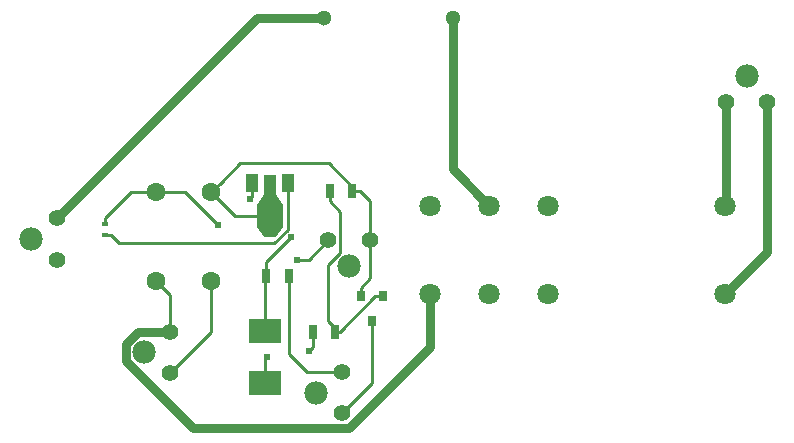
<source format=gbr>
G04 #@! TF.FileFunction,Copper,L1,Top,Signal*
%FSLAX46Y46*%
G04 Gerber Fmt 4.6, Leading zero omitted, Abs format (unit mm)*
G04 Created by KiCad (PCBNEW 4.0.7-e2-6376~58~ubuntu16.04.1) date Thu Nov 16 22:22:22 2017*
%MOMM*%
%LPD*%
G01*
G04 APERTURE LIST*
%ADD10C,0.100000*%
%ADD11C,1.397000*%
%ADD12C,1.981000*%
%ADD13C,1.600000*%
%ADD14R,0.800000X0.900000*%
%ADD15R,1.000000X1.500000*%
%ADD16R,1.000000X1.800000*%
%ADD17R,2.200000X1.840000*%
%ADD18C,1.800000*%
%ADD19R,0.550000X0.450000*%
%ADD20R,2.743000X2.159000*%
%ADD21R,0.700000X1.300000*%
%ADD22C,1.300000*%
%ADD23C,0.609600*%
%ADD24C,0.254000*%
%ADD25C,0.762000*%
G04 APERTURE END LIST*
D10*
D11*
X140970000Y-113990000D03*
X140970000Y-110490000D03*
D12*
X138740000Y-112240000D03*
D13*
X125222000Y-95250000D03*
X125212000Y-102750000D03*
D14*
X144460000Y-104040000D03*
X142560000Y-104040000D03*
X143510000Y-106140000D03*
D10*
G36*
X135974000Y-98190500D02*
X135374000Y-99040500D01*
X134374000Y-99040500D01*
X133774000Y-98190500D01*
X135974000Y-98190500D01*
X135974000Y-98190500D01*
G37*
D15*
X136374000Y-94468500D03*
D16*
X134874000Y-94615000D03*
D15*
X133374000Y-94468500D03*
D17*
X134874000Y-97282000D03*
D10*
G36*
X133774000Y-96372300D02*
X134474000Y-95372300D01*
X135274000Y-95372300D01*
X135974000Y-96372300D01*
X133774000Y-96372300D01*
X133774000Y-96372300D01*
G37*
D11*
X126428500Y-110561000D03*
X126428500Y-107061000D03*
D12*
X124198500Y-108811000D03*
D18*
X153416000Y-103893000D03*
X153416000Y-96393000D03*
X158416000Y-96393000D03*
X173416000Y-96393000D03*
X173416000Y-103893000D03*
X158416000Y-103893000D03*
X148416000Y-96393000D03*
X148416000Y-103893000D03*
D19*
X120904000Y-97950000D03*
X120904000Y-98900000D03*
D20*
X134429500Y-111417500D03*
X134429500Y-106997500D03*
D13*
X129921000Y-95250000D03*
X129911000Y-102750000D03*
D11*
X116840000Y-100965000D03*
X116840000Y-97465000D03*
D12*
X114610000Y-99215000D03*
D11*
X173482000Y-87630000D03*
X176982000Y-87630000D03*
D12*
X175232000Y-85400000D03*
D11*
X143327000Y-99314000D03*
X139827000Y-99314000D03*
D12*
X141577000Y-101544000D03*
D21*
X139954000Y-95123000D03*
X141854000Y-95123000D03*
X138485800Y-107061000D03*
X140385800Y-107061000D03*
X136461500Y-102362000D03*
X134561500Y-102362000D03*
D22*
X139446000Y-80518000D03*
X150346000Y-80518000D03*
D23*
X137160000Y-100965000D03*
X130479800Y-98044000D03*
X138176000Y-108712000D03*
X134620000Y-109220000D03*
X136652000Y-99060000D03*
X133223000Y-95808800D03*
D24*
X125222000Y-95250000D02*
X127685800Y-95250000D01*
X127685800Y-95250000D02*
X130479800Y-98044000D01*
X137160000Y-100965000D02*
X138176000Y-100965000D01*
X138176000Y-100965000D02*
X139827000Y-99314000D01*
X125222000Y-95250000D02*
X123125000Y-95250000D01*
X123125000Y-95250000D02*
X120904000Y-97471000D01*
X120904000Y-97471000D02*
X120904000Y-97950000D01*
X121433000Y-98900000D02*
X122101000Y-99568000D01*
X120904000Y-98900000D02*
X121433000Y-98900000D01*
X122101000Y-99568000D02*
X135241648Y-99568000D01*
X135241648Y-99568000D02*
X136374000Y-98435648D01*
X136374000Y-98435648D02*
X136374000Y-95472500D01*
X136374000Y-95472500D02*
X136374000Y-94468500D01*
X138485800Y-107061000D02*
X138485800Y-108402200D01*
X138485800Y-108402200D02*
X138176000Y-108712000D01*
X134429500Y-111417500D02*
X134429500Y-109410500D01*
X134429500Y-109410500D02*
X134620000Y-109220000D01*
X133374000Y-94468500D02*
X133374000Y-95657800D01*
X133374000Y-95657800D02*
X133223000Y-95808800D01*
X136652000Y-99060000D02*
X134561500Y-101150500D01*
X134561500Y-101150500D02*
X134561500Y-102362000D01*
X134429500Y-106997500D02*
X134429500Y-102494000D01*
X134429500Y-102494000D02*
X134561500Y-102362000D01*
X125212000Y-102750000D02*
X126428500Y-103966500D01*
X126428500Y-103966500D02*
X126428500Y-107061000D01*
D25*
X148416000Y-103893000D02*
X148416000Y-108367214D01*
X148416000Y-108367214D02*
X141561313Y-115221901D01*
X122674599Y-108079527D02*
X123693126Y-107061000D01*
X141561313Y-115221901D02*
X128354027Y-115221901D01*
X128354027Y-115221901D02*
X122674599Y-109542473D01*
X122674599Y-109542473D02*
X122674599Y-108079527D01*
X123693126Y-107061000D02*
X125440672Y-107061000D01*
X125440672Y-107061000D02*
X126428500Y-107061000D01*
D24*
X132344219Y-92826781D02*
X130720999Y-94450001D01*
X130720999Y-94450001D02*
X129921000Y-95250000D01*
X139857781Y-92826781D02*
X132344219Y-92826781D01*
X141854000Y-94823000D02*
X139857781Y-92826781D01*
X129921000Y-95250000D02*
X131953000Y-97282000D01*
X131953000Y-97282000D02*
X134874000Y-97282000D01*
X134874000Y-94615000D02*
X134874000Y-98615500D01*
X134874000Y-94615000D02*
X134874000Y-94742000D01*
X134747000Y-94488000D02*
X134874000Y-94615000D01*
X143327000Y-99314000D02*
X143327000Y-95992000D01*
X143327000Y-95992000D02*
X142458000Y-95123000D01*
X142458000Y-95123000D02*
X141854000Y-95123000D01*
X142560000Y-104040000D02*
X142560000Y-103336000D01*
X142560000Y-103336000D02*
X143327000Y-102569000D01*
X143327000Y-102569000D02*
X143327000Y-100301828D01*
X143327000Y-100301828D02*
X143327000Y-99314000D01*
X141854000Y-95123000D02*
X141854000Y-94823000D01*
X129911000Y-107078500D02*
X129911000Y-102750000D01*
X126428500Y-110561000D02*
X129911000Y-107078500D01*
D25*
X116840000Y-97465000D02*
X133787000Y-80518000D01*
X133787000Y-80518000D02*
X139446000Y-80518000D01*
X173482000Y-87630000D02*
X173482000Y-96327000D01*
X173482000Y-96327000D02*
X173416000Y-96393000D01*
X176982000Y-87630000D02*
X176982000Y-100327000D01*
X176982000Y-100327000D02*
X173416000Y-103893000D01*
D24*
X140970000Y-113990000D02*
X143510000Y-111450000D01*
X143510000Y-111450000D02*
X143510000Y-106844000D01*
X143510000Y-106844000D02*
X143510000Y-106140000D01*
X136461500Y-102362000D02*
X136461500Y-108966000D01*
X136461500Y-108966000D02*
X137985500Y-110490000D01*
X137985500Y-110490000D02*
X140970000Y-110490000D01*
D25*
X150346000Y-80518000D02*
X150346000Y-93323000D01*
X150346000Y-93323000D02*
X153416000Y-96393000D01*
D24*
X139954000Y-95123000D02*
X139954000Y-96027000D01*
X139954000Y-96027000D02*
X140843000Y-96916000D01*
X140843000Y-96916000D02*
X140843000Y-100398546D01*
X140843000Y-100398546D02*
X139781800Y-101459746D01*
X139781800Y-101459746D02*
X139781800Y-106157000D01*
X139781800Y-106157000D02*
X140385800Y-106761000D01*
X140385800Y-106761000D02*
X140385800Y-107061000D01*
X144460000Y-104040000D02*
X143806000Y-104040000D01*
X143806000Y-104040000D02*
X140785000Y-107061000D01*
X140785000Y-107061000D02*
X140385800Y-107061000D01*
M02*

</source>
